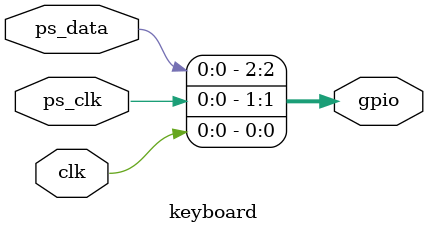
<source format=v>

module keyboard (
clk		, // input 50 MHz clk
ps_clk 	, // ps2 clock
ps_data	, // ps2 data

gpio);     // 40 pin header

input clk;
input ps_clk;
input ps_data;

output[2:0] gpio;
	
assign gpio[0] = clk;
assign gpio[1] = ps_clk;
assign gpio[2] = ps_data;


endmodule

</source>
